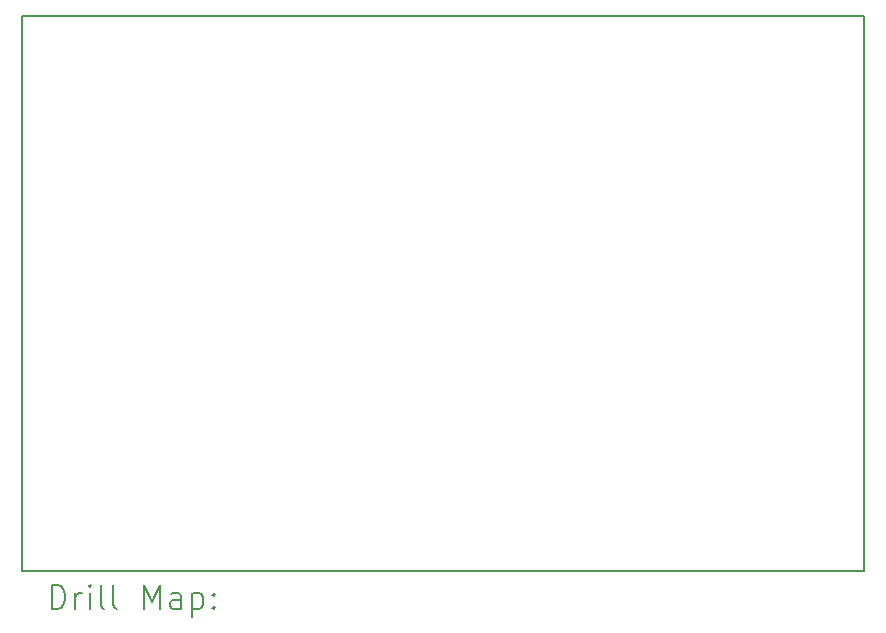
<source format=gbr>
%TF.GenerationSoftware,KiCad,Pcbnew,(6.0.10)*%
%TF.CreationDate,2023-04-19T18:30:53+02:00*%
%TF.ProjectId,jf-ecu32,6a662d65-6375-4333-922e-6b696361645f,rev?*%
%TF.SameCoordinates,Original*%
%TF.FileFunction,Drillmap*%
%TF.FilePolarity,Positive*%
%FSLAX45Y45*%
G04 Gerber Fmt 4.5, Leading zero omitted, Abs format (unit mm)*
G04 Created by KiCad (PCBNEW (6.0.10)) date 2023-04-19 18:30:53*
%MOMM*%
%LPD*%
G01*
G04 APERTURE LIST*
%ADD10C,0.200000*%
G04 APERTURE END LIST*
D10*
X1282700Y-15011400D02*
X8407400Y-15011400D01*
X8407400Y-15011400D02*
X8407400Y-19710400D01*
X8407400Y-19710400D02*
X1282700Y-19710400D01*
X1282700Y-19710400D02*
X1282700Y-15011400D01*
X1530319Y-20030876D02*
X1530319Y-19830876D01*
X1577938Y-19830876D01*
X1606509Y-19840400D01*
X1625557Y-19859448D01*
X1635081Y-19878495D01*
X1644605Y-19916590D01*
X1644605Y-19945162D01*
X1635081Y-19983257D01*
X1625557Y-20002305D01*
X1606509Y-20021352D01*
X1577938Y-20030876D01*
X1530319Y-20030876D01*
X1730319Y-20030876D02*
X1730319Y-19897543D01*
X1730319Y-19935638D02*
X1739843Y-19916590D01*
X1749367Y-19907067D01*
X1768414Y-19897543D01*
X1787462Y-19897543D01*
X1854128Y-20030876D02*
X1854128Y-19897543D01*
X1854128Y-19830876D02*
X1844605Y-19840400D01*
X1854128Y-19849924D01*
X1863652Y-19840400D01*
X1854128Y-19830876D01*
X1854128Y-19849924D01*
X1977938Y-20030876D02*
X1958890Y-20021352D01*
X1949367Y-20002305D01*
X1949367Y-19830876D01*
X2082700Y-20030876D02*
X2063652Y-20021352D01*
X2054128Y-20002305D01*
X2054128Y-19830876D01*
X2311271Y-20030876D02*
X2311271Y-19830876D01*
X2377938Y-19973733D01*
X2444605Y-19830876D01*
X2444605Y-20030876D01*
X2625557Y-20030876D02*
X2625557Y-19926114D01*
X2616033Y-19907067D01*
X2596986Y-19897543D01*
X2558890Y-19897543D01*
X2539843Y-19907067D01*
X2625557Y-20021352D02*
X2606510Y-20030876D01*
X2558890Y-20030876D01*
X2539843Y-20021352D01*
X2530319Y-20002305D01*
X2530319Y-19983257D01*
X2539843Y-19964210D01*
X2558890Y-19954686D01*
X2606510Y-19954686D01*
X2625557Y-19945162D01*
X2720795Y-19897543D02*
X2720795Y-20097543D01*
X2720795Y-19907067D02*
X2739843Y-19897543D01*
X2777938Y-19897543D01*
X2796986Y-19907067D01*
X2806509Y-19916590D01*
X2816033Y-19935638D01*
X2816033Y-19992781D01*
X2806509Y-20011829D01*
X2796986Y-20021352D01*
X2777938Y-20030876D01*
X2739843Y-20030876D01*
X2720795Y-20021352D01*
X2901748Y-20011829D02*
X2911271Y-20021352D01*
X2901748Y-20030876D01*
X2892224Y-20021352D01*
X2901748Y-20011829D01*
X2901748Y-20030876D01*
X2901748Y-19907067D02*
X2911271Y-19916590D01*
X2901748Y-19926114D01*
X2892224Y-19916590D01*
X2901748Y-19907067D01*
X2901748Y-19926114D01*
M02*

</source>
